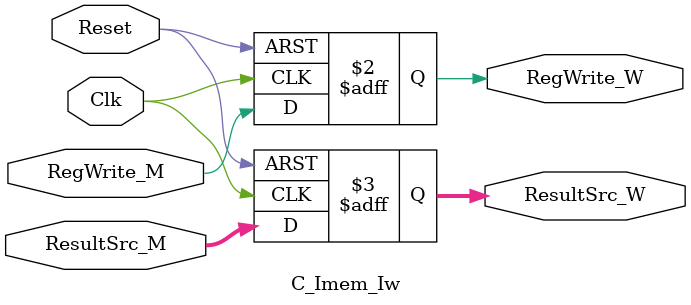
<source format=v>
module C_Id_Iex (
    input Clk,Reset,Clear,
    input RegWrite_D, Branch_D, Jump_D, MemWrite_D, AluSrcA_D, 
    input [1:0] AluSrcB_D, ResultSrc_D,
    input [3:0] AluControl_D, 
    input [2:0] funct3,
    output reg RegWrite_E, Branch_E, Jump_E, MemWrite_E, AluSrcA_E, 
    output reg [1:0] AluSrcB_E, ResultSrc_E,
    output reg [2:0] Funct3,
    output reg [3:0] AluControl_E
);

always @(posedge Clk or posedge Reset)
begin
    if(Reset)
    begin
         RegWrite_E <= 0 ; 
         Branch_E   <= 0 ;
         Jump_E     <= 0 ;
         MemWrite_E <= 0 ;
         AluSrcA_E  <= 0 ; 
         AluSrcB_E  <= 0 ;
         ResultSrc_E<= 0 ;
         AluControl_E<=0 ; 
         Funct3      <=0 ;
    end
    else if(Clear)
    begin
        RegWrite_E <= 0 ; 
        Branch_E   <= 0 ;
        Jump_E     <= 0 ;
        MemWrite_E <= 0 ;
        AluSrcA_E  <= 0 ; 
        AluSrcB_E  <= 0 ;
        ResultSrc_E<= 0 ;
        AluControl_E<=0 ; 
        Funct3     <= 0 ;        
    end
    else
    begin
        RegWrite_E <= RegWrite_D ; 
        Branch_E   <= Branch_D ;
        Jump_E     <= Jump_D ;
        MemWrite_E <= MemWrite_D ;
        AluSrcA_E  <= AluSrcA_D ; 
        AluSrcB_E  <= AluSrcB_D ;
        ResultSrc_E<= ResultSrc_D ;
        AluControl_E<=AluControl_D; 
        Funct3     <= funct3;
    end
end
    
endmodule

module C_Iex_Imem (
    input Clk,Reset,
    input RegWrite_E, MemWrite_E,
    input [1:0] ResultSrc_E,
    input [2:0] funct3,
    output reg RegWrite_M, MemWrite_M,
    output reg [2:0] Funct3,
    output reg [1:0] ResultSrc_M
);

always @(posedge Clk or posedge Reset) begin
    if(Reset) begin
        RegWrite_M <= 0;
        MemWrite_M <= 0;
        ResultSrc_M<= 0;
        Funct3     <= 0;
    end

    else begin
        RegWrite_M <= RegWrite_E;
        MemWrite_M <= MemWrite_E;
        ResultSrc_M<= ResultSrc_E;
        Funct3     <= funct3;
    end
    
end

endmodule

module C_Imem_Iw (
    input Clk, Reset,
    input RegWrite_M, 
    input [1:0] ResultSrc_M,
    output reg RegWrite_W,
    output reg [1:0] ResultSrc_W
);

always @(posedge Clk or posedge Reset) begin
    if(Reset) begin
        RegWrite_W <= 0; 
        ResultSrc_W <= 0;
    end
    else begin
        RegWrite_W <= RegWrite_M ;
        ResultSrc_W <= ResultSrc_M ;
    end
end
    
endmodule

</source>
